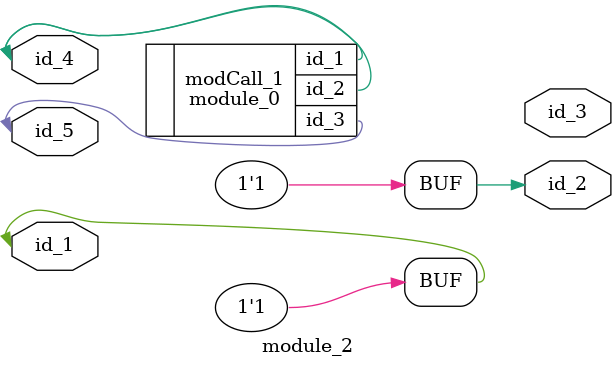
<source format=v>
module module_0 (
    id_1,
    id_2,
    id_3
);
  inout wire id_3;
  inout wire id_2;
  output wire id_1;
  wire id_4;
  assign module_2.id_1 = 0;
endmodule
module module_1 (
    id_1,
    id_2
);
  inout wire id_2;
  input wire id_1;
  assign id_2 = id_1;
  module_0 modCall_1 (
      id_2,
      id_2,
      id_2
  );
endmodule
module module_2 (
    id_1,
    id_2,
    id_3,
    id_4,
    id_5
);
  inout wire id_5;
  inout wire id_4;
  output wire id_3;
  output wire id_2;
  inout wire id_1;
  assign id_2 = 1;
  module_0 modCall_1 (
      id_4,
      id_4,
      id_5
  );
  assign id_2 = id_1;
  wire id_6;
  wire id_7;
endmodule

</source>
